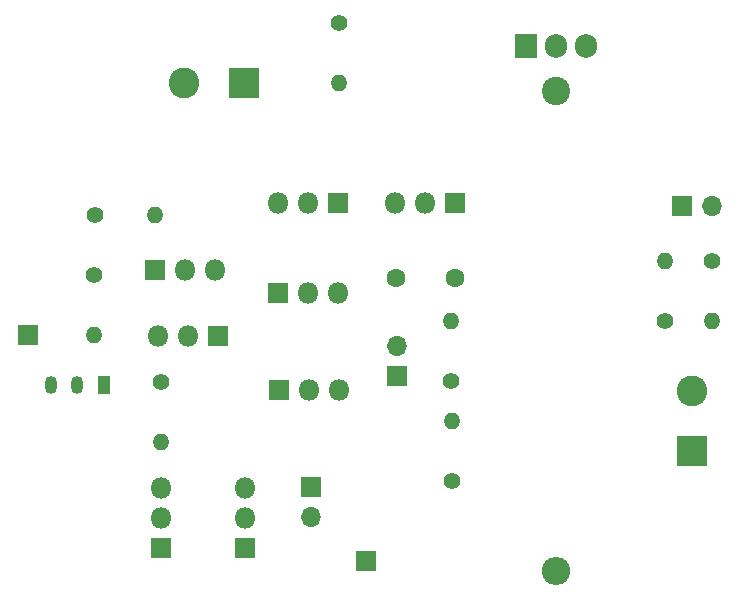
<source format=gbr>
%TF.GenerationSoftware,KiCad,Pcbnew,9.0.0*%
%TF.CreationDate,2025-04-30T11:50:22-03:00*%
%TF.ProjectId,Regulador Lineal,52656775-6c61-4646-9f72-204c696e6561,rev?*%
%TF.SameCoordinates,Original*%
%TF.FileFunction,Copper,L1,Top*%
%TF.FilePolarity,Positive*%
%FSLAX46Y46*%
G04 Gerber Fmt 4.6, Leading zero omitted, Abs format (unit mm)*
G04 Created by KiCad (PCBNEW 9.0.0) date 2025-04-30 11:50:22*
%MOMM*%
%LPD*%
G01*
G04 APERTURE LIST*
%TA.AperFunction,ComponentPad*%
%ADD10R,1.800000X1.800000*%
%TD*%
%TA.AperFunction,ComponentPad*%
%ADD11O,1.800000X1.800000*%
%TD*%
%TA.AperFunction,ComponentPad*%
%ADD12C,1.400000*%
%TD*%
%TA.AperFunction,ComponentPad*%
%ADD13O,1.400000X1.400000*%
%TD*%
%TA.AperFunction,ComponentPad*%
%ADD14R,2.600000X2.600000*%
%TD*%
%TA.AperFunction,ComponentPad*%
%ADD15C,2.600000*%
%TD*%
%TA.AperFunction,ComponentPad*%
%ADD16R,1.700000X1.700000*%
%TD*%
%TA.AperFunction,ComponentPad*%
%ADD17O,1.700000X1.700000*%
%TD*%
%TA.AperFunction,ComponentPad*%
%ADD18C,2.400000*%
%TD*%
%TA.AperFunction,ComponentPad*%
%ADD19O,2.400000X2.400000*%
%TD*%
%TA.AperFunction,ComponentPad*%
%ADD20R,1.905000X2.000000*%
%TD*%
%TA.AperFunction,ComponentPad*%
%ADD21O,1.905000X2.000000*%
%TD*%
%TA.AperFunction,ComponentPad*%
%ADD22C,1.600000*%
%TD*%
%TA.AperFunction,ComponentPad*%
%ADD23R,1.050000X1.500000*%
%TD*%
%TA.AperFunction,ComponentPad*%
%ADD24O,1.050000X1.500000*%
%TD*%
G04 APERTURE END LIST*
D10*
%TO.P,Q2,1,E*%
%TO.N,Net-(Q2-E)*%
X224080000Y-60360000D03*
D11*
%TO.P,Q2,2,C*%
%TO.N,Net-(Q2-C)*%
X221540000Y-60360000D03*
%TO.P,Q2,3,B*%
%TO.N,Net-(Q1-B)*%
X219000000Y-60360000D03*
%TD*%
D10*
%TO.P,Q8,1,E*%
%TO.N,GND*%
X216160000Y-89520000D03*
D11*
%TO.P,Q8,2,C*%
%TO.N,Net-(J2-Pin_2)*%
X216160000Y-86980000D03*
%TO.P,Q8,3,B*%
%TO.N,Net-(Q10-B)*%
X216160000Y-84440000D03*
%TD*%
D12*
%TO.P,R8,1*%
%TO.N,Net-(J7-Pin_2)*%
X203460000Y-61316982D03*
D13*
%TO.P,R8,2*%
%TO.N,Net-(Q1-E)*%
X208540000Y-61316982D03*
%TD*%
D14*
%TO.P,J5,1,Pin_1*%
%TO.N,GND*%
X254000000Y-81280000D03*
D15*
%TO.P,J5,2,Pin_2*%
%TO.N,Net-(J5-Pin_2)*%
X254000000Y-76200000D03*
%TD*%
D16*
%TO.P,J1,1,Pin_1*%
%TO.N,Net-(J1-Pin_1)*%
X253215157Y-60597088D03*
D17*
%TO.P,J1,2,Pin_2*%
%TO.N,Net-(J1-Pin_2)*%
X255755157Y-60597088D03*
%TD*%
D12*
%TO.P,R2,1*%
%TO.N,Net-(Q7-B)*%
X251735881Y-70297663D03*
D13*
%TO.P,R2,2*%
%TO.N,GND*%
X251735881Y-65217663D03*
%TD*%
D16*
%TO.P,J2,1,Pin_1*%
%TO.N,Net-(J2-Pin_1)*%
X221763496Y-84392275D03*
D17*
%TO.P,J2,2,Pin_2*%
%TO.N,Net-(J2-Pin_2)*%
X221763496Y-86932275D03*
%TD*%
D12*
%TO.P,R9,1*%
%TO.N,Net-(J7-Pin_2)*%
X224143694Y-45042282D03*
D13*
%TO.P,R9,2*%
%TO.N,Net-(Q2-E)*%
X224143694Y-50122282D03*
%TD*%
D18*
%TO.P,R4,1*%
%TO.N,Net-(J1-Pin_1)*%
X242536485Y-50800000D03*
D19*
%TO.P,R4,2*%
%TO.N,Net-(J5-Pin_2)*%
X242536485Y-91440000D03*
%TD*%
D20*
%TO.P,Q5,1,B*%
%TO.N,Net-(Q5-B)*%
X240000000Y-47069233D03*
D21*
%TO.P,Q5,2,C*%
%TO.N,Net-(J1-Pin_2)*%
X242540000Y-47069233D03*
%TO.P,Q5,3,E*%
%TO.N,Net-(J7-Pin_2)*%
X245080000Y-47069233D03*
%TD*%
D12*
%TO.P,R7,1*%
%TO.N,Net-(J1-Pin_2)*%
X255755157Y-65217663D03*
D13*
%TO.P,R7,2*%
%TO.N,Net-(Q7-B)*%
X255755157Y-70297663D03*
%TD*%
D10*
%TO.P,Q1,1,E*%
%TO.N,Net-(Q1-E)*%
X208540000Y-65980000D03*
D11*
%TO.P,Q1,2,C*%
%TO.N,Net-(Q1-B)*%
X211080000Y-65980000D03*
%TO.P,Q1,3,B*%
X213620000Y-65980000D03*
%TD*%
D16*
%TO.P,J6,1,Pin_1*%
%TO.N,Net-(J6-Pin_1)*%
X197785773Y-71470433D03*
%TD*%
D22*
%TO.P,C4,1*%
%TO.N,GND*%
X233940000Y-66637069D03*
%TO.P,C4,2*%
%TO.N,Net-(Q2-C)*%
X228940000Y-66637069D03*
%TD*%
D14*
%TO.P,J7,1,Pin_1*%
%TO.N,GND*%
X216080000Y-50200000D03*
D15*
%TO.P,J7,2,Pin_2*%
%TO.N,Net-(J7-Pin_2)*%
X211000000Y-50200000D03*
%TD*%
D10*
%TO.P,Q3,1,E*%
%TO.N,Net-(J2-Pin_1)*%
X213920000Y-71605000D03*
D11*
%TO.P,Q3,2,C*%
%TO.N,Net-(Q1-B)*%
X211380000Y-71605000D03*
%TO.P,Q3,3,B*%
%TO.N,Net-(J6-Pin_1)*%
X208840000Y-71605000D03*
%TD*%
D12*
%TO.P,R6,1*%
%TO.N,Net-(J3-Pin_1)*%
X233607008Y-75354141D03*
D13*
%TO.P,R6,2*%
%TO.N,GND*%
X233607008Y-70274141D03*
%TD*%
D10*
%TO.P,Q10,1,E*%
%TO.N,GND*%
X209080000Y-89520000D03*
D11*
%TO.P,Q10,2,C*%
%TO.N,Net-(Q10-B)*%
X209080000Y-86980000D03*
%TO.P,Q10,3,B*%
X209080000Y-84440000D03*
%TD*%
D16*
%TO.P,J3,1,Pin_1*%
%TO.N,Net-(J3-Pin_1)*%
X229080000Y-74980000D03*
D17*
%TO.P,J3,2,Pin_2*%
%TO.N,Net-(J3-Pin_2)*%
X229080000Y-72440000D03*
%TD*%
D10*
%TO.P,Q6,1,E*%
%TO.N,Net-(J1-Pin_2)*%
X233940000Y-60326231D03*
D11*
%TO.P,Q6,2,C*%
%TO.N,Net-(Q5-B)*%
X231400000Y-60326231D03*
%TO.P,Q6,3,B*%
%TO.N,Net-(Q2-C)*%
X228860000Y-60326231D03*
%TD*%
D10*
%TO.P,Q4,1,E*%
%TO.N,Net-(J2-Pin_1)*%
X219000000Y-67980000D03*
D11*
%TO.P,Q4,2,C*%
%TO.N,Net-(Q2-C)*%
X221540000Y-67980000D03*
%TO.P,Q4,3,B*%
%TO.N,Net-(J3-Pin_2)*%
X224080000Y-67980000D03*
%TD*%
D12*
%TO.P,R1,1*%
%TO.N,Net-(J6-Pin_1)*%
X209080000Y-75440000D03*
D13*
%TO.P,R1,2*%
%TO.N,Net-(Q10-B)*%
X209080000Y-80520000D03*
%TD*%
D23*
%TO.P,U1,1,REF*%
%TO.N,Net-(J6-Pin_1)*%
X204245684Y-75725278D03*
D24*
%TO.P,U1,2,A*%
%TO.N,GND*%
X201975684Y-75725278D03*
%TO.P,U1,3,K*%
%TO.N,Net-(J6-Pin_1)*%
X199745684Y-75725278D03*
%TD*%
D10*
%TO.P,Q7,1,E*%
%TO.N,Net-(J5-Pin_2)*%
X219048641Y-76180000D03*
D11*
%TO.P,Q7,2,C*%
%TO.N,Net-(Q2-C)*%
X221588641Y-76180000D03*
%TO.P,Q7,3,B*%
%TO.N,Net-(Q7-B)*%
X224128641Y-76180000D03*
%TD*%
D12*
%TO.P,R5,1*%
%TO.N,Net-(J5-Pin_2)*%
X233680000Y-83820000D03*
D13*
%TO.P,R5,2*%
%TO.N,Net-(J3-Pin_1)*%
X233680000Y-78740000D03*
%TD*%
D12*
%TO.P,R3,1*%
%TO.N,Net-(J7-Pin_2)*%
X203408244Y-66383724D03*
D13*
%TO.P,R3,2*%
%TO.N,Net-(J6-Pin_1)*%
X203408244Y-71463724D03*
%TD*%
D16*
%TO.P,J4,1,Pin_1*%
%TO.N,GND*%
X226424118Y-90672736D03*
%TD*%
M02*

</source>
